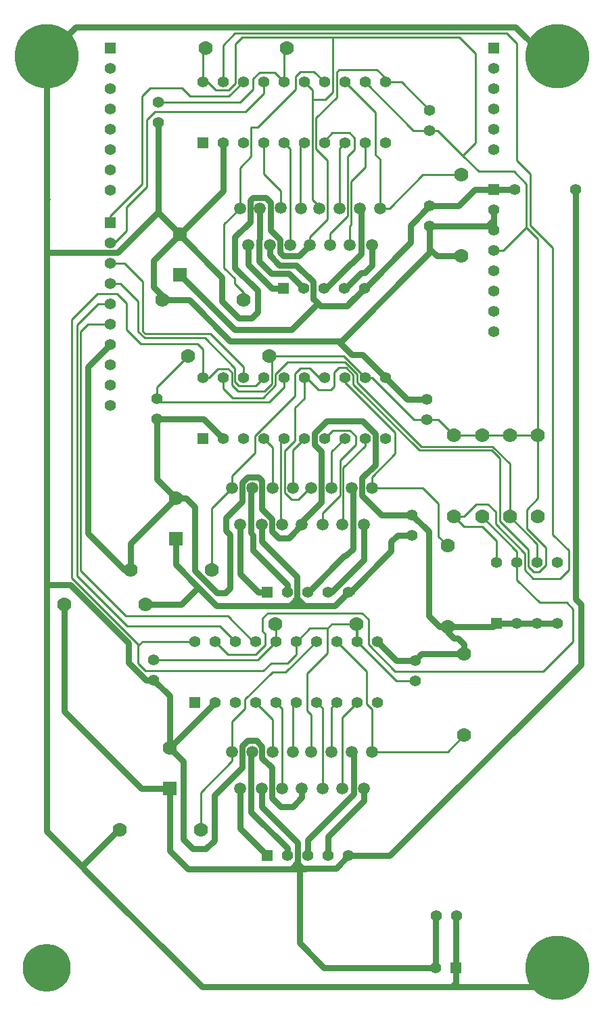
<source format=gbl>
%FSLAX24Y24*%
%MOMM*%
%SFA1B1*%

%IPPOS*%
%ADD11R,1.397000X1.397000*%
%ADD12C,1.397000*%
%ADD13C,1.778000*%
%ADD14C,1.500000*%
%ADD15R,1.778000X1.778000*%
%ADD16C,8.000009*%
%ADD17C,5.999988*%
%ADD18C,0.254000*%
%ADD19C,0.750001*%
%ADD20C,0.800001*%
%LNpcb-1*%
%LPD*%
G54D11*
X2119985Y-529996D03*
G54D12*
X2119985Y-555396D03*
Y-580796D03*
Y-606196D03*
Y-631596D03*
Y-656996D03*
Y-682396D03*
Y-707796D03*
G54D11*
X2599994Y-706882D03*
G54D12*
X2599994Y-732282D03*
Y-757682D03*
Y-783082D03*
Y-808482D03*
Y-833882D03*
Y-859282D03*
Y-884682D03*
G54D11*
X2599994Y-529894D03*
G54D12*
X2599994Y-555294D03*
Y-580694D03*
Y-606094D03*
Y-631494D03*
Y-656894D03*
G54D11*
X2316480Y-1209979D03*
G54D12*
X2341880Y-1209979D03*
X2367280D03*
X2392680D03*
X2418080D03*
G54D11*
X2316480Y-1539976D03*
G54D12*
X2341880Y-1539976D03*
X2367280D03*
X2392680D03*
X2418080D03*
G54D11*
X2336495Y-829995D03*
G54D12*
X2361895Y-829995D03*
X2387295D03*
X2412695D03*
X2438095D03*
G54D11*
X2552700Y-1679981D03*
G54D12*
X2527300Y-1679981D03*
G54D11*
X2119985Y-747776D03*
G54D12*
X2119985Y-773176D03*
Y-798576D03*
Y-823976D03*
Y-849376D03*
Y-874776D03*
Y-900176D03*
Y-925576D03*
Y-950976D03*
Y-976376D03*
G54D13*
X2655290Y-1014298D03*
Y-1115898D03*
X2286787Y-844981D03*
X2185187D03*
X2427986Y-1249883D03*
X2326386D03*
X2246782Y-1181989D03*
X2145182D03*
X2562885Y-1389380D03*
Y-1287780D03*
X2233295Y-1507490D03*
X2131695D03*
X2542489Y-1151991D03*
Y-1253591D03*
X2620289Y-1014298D03*
Y-1115898D03*
X2585288Y-1014298D03*
Y-1115898D03*
X2550287Y-1014298D03*
Y-1115898D03*
X2559481Y-687933D03*
Y-789533D03*
X2318588Y-914781D03*
X2216988D03*
X2239187Y-529996D03*
X2340787D03*
G54D14*
X2272487Y-1409979D03*
X2447493D03*
X2282494Y-1455978D03*
X2437485D03*
X2359990D03*
X2309977D03*
X2334996D03*
X2385491D03*
X2409977D03*
X2297480Y-1409979D03*
X2322982Y-1409725D03*
X2348484Y-1409979D03*
X2371496D03*
X2396998D03*
X2422245D03*
X2282494Y-729996D03*
X2457475D03*
X2292477Y-775995D03*
X2447493D03*
X2369997D03*
X2319985D03*
X2344978D03*
X2395499D03*
X2419985D03*
X2307488Y-729996D03*
X2332990Y-729742D03*
X2358491Y-729996D03*
X2381478D03*
X2406980D03*
X2432227D03*
X2272487Y-1079982D03*
X2447493D03*
X2282494Y-1125982D03*
X2437485D03*
X2359990D03*
X2309977D03*
X2334996D03*
X2385491D03*
X2409977D03*
X2297480Y-1079982D03*
X2322982Y-1079728D03*
X2348484Y-1079982D03*
X2371496D03*
X2396998D03*
X2422245D03*
G54D11*
X2603500Y-1249197D03*
G54D12*
X2628900Y-1249197D03*
X2654300D03*
X2679700D03*
Y-1172997D03*
X2654300D03*
X2628900D03*
X2603500D03*
G54D11*
X2235682Y-648081D03*
G54D12*
X2261082Y-648081D03*
X2286482D03*
X2311882D03*
X2337282D03*
X2362682D03*
X2388082D03*
X2413482D03*
X2438882D03*
X2464282D03*
Y-571881D03*
X2438882D03*
X2413482D03*
X2388082D03*
X2362682D03*
X2337282D03*
X2311882D03*
X2286482D03*
X2261082D03*
X2235682D03*
G54D11*
X2235682Y-1018082D03*
G54D12*
X2261082Y-1018082D03*
X2286482D03*
X2311882D03*
X2337282D03*
X2362682D03*
X2388082D03*
X2413482D03*
X2438882D03*
X2464282D03*
Y-941882D03*
X2438882D03*
X2413482D03*
X2388082D03*
X2362682D03*
X2337282D03*
X2311882D03*
X2286482D03*
X2261082D03*
X2235682D03*
G54D11*
X2225675Y-1348079D03*
G54D12*
X2251075Y-1348079D03*
X2276475D03*
X2301875D03*
X2327275D03*
X2352675D03*
X2378075D03*
X2403475D03*
X2428875D03*
X2454275D03*
Y-1271879D03*
X2428875D03*
X2403475D03*
X2378075D03*
X2352675D03*
X2327275D03*
X2301875D03*
X2276475D03*
X2251075D03*
X2225675D03*
G54D15*
X2194077Y-1455775D03*
G54D13*
X2194077Y-1404975D03*
G54D15*
X2201976Y-1143381D03*
G54D13*
X2201976Y-1092581D03*
G54D15*
X2206980Y-813384D03*
G54D13*
X2206980Y-762584D03*
G54D12*
X2528087Y-1615287D03*
X2553487D03*
X2501595Y-1321282D03*
Y-1295882D03*
X2174494Y-1294993D03*
Y-1320393D03*
X2177999Y-968298D03*
Y-993698D03*
X2519984Y-727278D03*
Y-752678D03*
X2515997Y-994689D03*
Y-969289D03*
X2497785Y-1139190D03*
Y-1113790D03*
X2519984Y-632688D03*
Y-607288D03*
X2179980Y-597281D03*
Y-622681D03*
G54D16*
X2039975Y-539978D03*
X2679979Y-1679981D03*
Y-539978D03*
G54D17*
X2039975Y-1679981D03*
G54D13*
X2062683Y-1225499D03*
X2164283D03*
G54D12*
X2625877Y-706475D03*
X2702077D03*
G54D18*
X2371496Y-1079982D02*
X2369489D01*
X2362682Y-967790D02*
Y-941882D01*
X2350998Y-979474D02*
X2362682Y-967790D01*
X2350998Y-1020495D02*
Y-979474D01*
X2337993Y-1033475D02*
X2350998Y-1020495D01*
X2337993Y-1085494D02*
Y-1033475D01*
X2346477Y-1093978D02*
X2337993Y-1085494D01*
X2355494Y-1093978D02*
X2346477D01*
X2369489Y-1079982D02*
X2355494Y-1093978D01*
X2398496Y-584733D02*
Y-516991D01*
X2362682Y-941882D02*
X2365298D01*
X2655290Y-1092682D02*
X2641295Y-1106678D01*
Y-1130681D01*
X2665095Y-1154480D01*
Y-1176375D01*
X2656586Y-1184884D01*
X2649778D01*
X2643378Y-1178483D01*
Y-1157198D01*
X2607589Y-1121384D01*
Y-1042898D01*
X2597581Y-1032891D01*
X2506599D01*
X2424176Y-950493D01*
Y-938276D01*
X2415184Y-929284D01*
X2406192D01*
X2400198Y-935278D01*
Y-953287D01*
X2396286Y-957199D01*
X2655290Y-1092682D02*
Y-1014298D01*
X2380589Y-957199D02*
X2396286D01*
X2365298Y-941882D02*
X2380589Y-957199D01*
X2235682Y-941882D02*
Y-905992D01*
X2071979Y-1192276D02*
X2155926Y-1276248D01*
X2071979Y-868984D02*
Y-1192276D01*
X2104288Y-836676D02*
X2071979Y-868984D01*
X2128596Y-836676D02*
X2104288D01*
X2140686Y-848791D02*
X2128596Y-836676D01*
X2140686Y-881583D02*
Y-848791D01*
X2158492Y-899388D02*
X2140686Y-881583D01*
X2204897Y-899388D02*
X2158492D01*
X2205177Y-899693D02*
X2204897Y-899388D01*
X2229383Y-899693D02*
X2205177D01*
X2235682Y-905992D02*
X2229383Y-899693D01*
X2225675Y-1271879D02*
X2160295D01*
X2155926Y-1276248D01*
X2352675Y-1287881D02*
Y-1271879D01*
X2155926Y-1276248D02*
X2154682Y-1277493D01*
Y-1299184D01*
X2164181Y-1308684D01*
X2311679D01*
X2321179Y-1299184D01*
X2341397D01*
X2352675Y-1287881D01*
Y-1271879D02*
X2353589D01*
X2369896Y-1255598D02*
X2391689D01*
X2353589Y-1271879D02*
X2369896Y-1255598D01*
X2371496Y-1409979D02*
Y-1363878D01*
X2397379Y-1249883D02*
X2427986D01*
X2391689Y-1255598D02*
X2397379Y-1249883D01*
X2391689Y-1286281D02*
Y-1255598D01*
X2365984Y-1311986D02*
X2391689Y-1286281D01*
X2365984Y-1358392D02*
Y-1311986D01*
X2371496Y-1363878D02*
X2365984Y-1358392D01*
X2501595Y-1321282D02*
X2478278D01*
X2427986Y-1270990D02*
Y-1249883D01*
X2478278Y-1321282D02*
X2427986Y-1270990D01*
X2428875Y-1271879D02*
Y-1250797D01*
X2427986Y-1249883D01*
X2235682Y-941882D02*
X2243480D01*
X2322296Y-918489D02*
X2318588Y-914781D01*
X2322296Y-949299D02*
Y-918489D01*
X2312695Y-958875D02*
X2322296Y-949299D01*
X2279980Y-958875D02*
X2312695D01*
X2271979Y-950899D02*
X2279980Y-958875D01*
X2271979Y-935177D02*
Y-950899D01*
X2267483Y-930681D02*
X2271979Y-935177D01*
X2254681Y-930681D02*
X2267483D01*
X2243480Y-941882D02*
X2254681Y-930681D01*
X2318588Y-914781D02*
X2411780D01*
X2438882Y-941882D01*
X2655290Y-1014298D02*
Y-768299D01*
X2640990Y-753999D01*
X2519984Y-994689D02*
X2530678D01*
X2550287Y-1014298D01*
X2438882Y-941882D02*
X2447290D01*
X2500096Y-994689D02*
X2519984D01*
X2447290Y-941882D02*
X2500096Y-994689D01*
X2373249Y-593725D02*
X2389479D01*
X2398496Y-516991D02*
X2397734Y-516229D01*
X2389479Y-593725D02*
X2398496Y-584733D01*
X2235682Y-571881D02*
X2241626D01*
X2252243Y-582498D01*
X2267737D01*
X2276475Y-573735D01*
Y-524484D01*
X2284730Y-516229D01*
X2397734D01*
X2577490Y-647725D02*
X2561107Y-664108D01*
X2397734Y-516229D02*
X2556941D01*
X2577490Y-536778D01*
Y-647725D01*
X2381478Y-729996D02*
Y-727735D01*
X2373249Y-719480D02*
Y-650240D01*
X2381478Y-727735D02*
X2373249Y-719480D01*
X2655290Y-1014298D02*
X2550287D01*
X2235682Y-571881D02*
Y-533476D01*
X2239187Y-529996D01*
X2519984Y-632688D02*
X2529687D01*
X2561107Y-664108D01*
X2611882Y-783082D02*
X2599994D01*
X2640990Y-753999D02*
X2611882Y-783082D01*
X2561107Y-664108D02*
X2580995Y-683996D01*
X2640990Y-699744D02*
Y-753999D01*
X2625242Y-683996D02*
X2640990Y-699744D01*
X2580995Y-683996D02*
X2625242D01*
X2519984Y-632688D02*
X2499690D01*
X2438882Y-571881D01*
X2373249Y-582447D02*
X2362682Y-571881D01*
X2373249Y-650240D02*
Y-593725D01*
Y-582447D01*
G54D19*
X2179980Y-733983D02*
Y-734491D01*
X2040077Y-785495D02*
Y-784987D01*
X2128977Y-785495D02*
X2040077D01*
X2179980Y-734491D02*
X2128977Y-785495D01*
X2145182Y-1181989D02*
X2137486D01*
X2091994Y-928192D02*
X2119985Y-900176D01*
X2091994Y-1136497D02*
Y-928192D01*
X2137486Y-1181989D02*
X2091994Y-1136497D01*
X2177999Y-993698D02*
X2236698D01*
X2261082Y-1018082D01*
X2177999Y-993698D02*
Y-1068578D01*
X2201976Y-1092581D01*
X2145182Y-1181989D02*
Y-1149375D01*
X2201976Y-1092581D01*
X2559481Y-789533D02*
X2528544D01*
X2519984Y-780999D01*
X2515997Y-969289D02*
X2491689D01*
X2464282Y-941882D01*
X2594483Y-752678D02*
Y-750493D01*
X2599994Y-744982D01*
Y-732282D02*
Y-744982D01*
Y-757682D01*
X2519984Y-752678D02*
X2594483D01*
X2594991D01*
X2599994Y-757682D01*
X2405481Y-895985D02*
X2409494D01*
X2519984Y-785495D02*
Y-780999D01*
Y-752678D01*
X2409494Y-895985D02*
X2519984Y-785495D01*
X2185187Y-844981D02*
X2218994D01*
X2435377Y-912977D02*
X2464282Y-941882D01*
X2422499Y-912977D02*
X2435377D01*
X2405481Y-895985D02*
X2422499Y-912977D01*
X2269998Y-895985D02*
X2405481D01*
X2218994Y-844981D02*
X2269998Y-895985D01*
X2206980Y-762584D02*
Y-763498D01*
X2356485Y-789482D02*
X2369997Y-775995D01*
X2336495Y-789482D02*
X2356485D01*
X2332482Y-785495D02*
X2336495Y-789482D01*
X2332482Y-768985D02*
Y-785495D01*
X2320493Y-756996D02*
X2332482Y-768985D01*
X2320493Y-722985D02*
Y-756996D01*
X2314498Y-716991D02*
X2320493Y-722985D01*
X2298496Y-716991D02*
X2314498D01*
X2294991Y-720496D02*
X2298496Y-716991D01*
X2294991Y-746988D02*
Y-720496D01*
X2275992Y-765987D02*
X2294991Y-746988D01*
X2275992Y-804494D02*
Y-765987D01*
X2304491Y-832993D02*
X2275992Y-804494D01*
X2304491Y-859993D02*
Y-832993D01*
X2296998Y-867486D02*
X2304491Y-859993D01*
X2280996Y-867486D02*
X2296998D01*
X2259990Y-846480D02*
X2280996Y-867486D01*
X2259990Y-816483D02*
Y-846480D01*
X2206980Y-763498D02*
X2259990Y-816483D01*
X2185187Y-844981D02*
Y-839698D01*
X2173986Y-828497D01*
Y-795578D01*
X2206980Y-762584D01*
X2501595Y-1295882D02*
X2478278D01*
X2454275Y-1271879D01*
X2562885Y-1287780D02*
X2509697D01*
X2501595Y-1295882D01*
X2542489Y-1253591D02*
Y-1260475D01*
X2562885Y-1275384D02*
Y-1287780D01*
X2555494Y-1267993D02*
X2562885Y-1275384D01*
X2549982Y-1267993D02*
X2555494D01*
X2542489Y-1260475D02*
X2549982Y-1267993D01*
X2542489Y-1253591D02*
X2599080D01*
X2603500Y-1249197D01*
X2679700D01*
X2542489Y-1253591D02*
X2532075D01*
X2518486Y-1239977D01*
Y-1134491D01*
X2497785Y-1113790D01*
X2359990Y-1125982D02*
Y-1121994D01*
X2383993Y-1097991D01*
Y-1034491D01*
X2375484Y-1025982D01*
Y-1010996D01*
X2390495Y-995984D01*
X2435479D01*
X2451481Y-1011986D01*
Y-1050975D01*
X2434996Y-1067485D01*
Y-1088999D01*
X2459786Y-1113790D01*
X2497785D01*
X2201976Y-1092581D02*
X2214575D01*
X2225979Y-1103985D01*
Y-1183487D01*
X2253996Y-1211478D01*
X2263495D01*
X2269490Y-1205484D01*
Y-1137996D01*
X2264994Y-1133475D01*
Y-1116990D01*
X2284984Y-1096975D01*
Y-1072997D01*
X2291994Y-1065987D01*
X2304999D01*
X2309977Y-1070991D01*
Y-1106474D01*
X2322499Y-1118997D01*
Y-1134491D01*
X2330475Y-1142492D01*
X2343480D01*
X2359990Y-1125982D01*
X2131695Y-1507490D02*
X2129993D01*
X2084146Y-1553337D01*
X2322499Y-1442491D02*
Y-1429994D01*
X2359990Y-1466977D02*
X2348484Y-1478483D01*
X2332990D01*
X2322499Y-1467993D01*
Y-1442491D01*
X2359990Y-1455978D02*
Y-1466977D01*
X2211476Y-1422400D02*
X2194077Y-1404975D01*
X2211476Y-1519478D02*
Y-1422400D01*
X2223490Y-1531493D02*
X2211476Y-1519478D01*
X2239492Y-1531493D02*
X2223490D01*
X2249982Y-1520977D02*
X2239492Y-1531493D01*
X2249982Y-1464487D02*
Y-1520977D01*
X2284984Y-1429486D02*
X2249982Y-1464487D01*
X2284984Y-1402486D02*
Y-1429486D01*
X2291994Y-1395476D02*
X2284984Y-1402486D01*
X2302484Y-1395476D02*
X2291994D01*
X2309977Y-1402994D02*
X2302484Y-1395476D01*
X2309977Y-1417497D02*
Y-1402994D01*
X2322499Y-1429994D02*
X2309977Y-1417497D01*
G54D20*
X2194077Y-1404975D02*
X2194179D01*
X2251075Y-1348079D01*
X2194077Y-1404975D02*
Y-1339977D01*
X2174494Y-1320393D01*
X2164486D01*
X2142693Y-1298575D01*
X2069896Y-1201191D02*
X2040077D01*
X2142693Y-1273987D02*
X2069896Y-1201191D01*
X2142693Y-1298575D02*
Y-1273987D01*
X2679979Y-539978D02*
X2663977D01*
X2627477Y-503478D02*
X2076475D01*
X2663977Y-539978D02*
X2627477Y-503478D01*
X2076475D02*
X2039975Y-539978D01*
X2179980Y-622681D02*
Y-733983D01*
Y-735584D01*
X2206980Y-762584D01*
X2261082Y-648081D02*
Y-708482D01*
X2206980Y-762584D01*
X2547594Y-1704086D02*
X2655874D01*
X2679979Y-1679981D01*
X2552700D02*
Y-1616075D01*
X2553487Y-1615287D01*
X2552700Y-1679981D02*
Y-1698980D01*
X2547594Y-1704086D01*
X2234895D01*
X2088845Y-1558036D01*
X2040077Y-540080D02*
X2039975Y-539978D01*
X2040077Y-784987D02*
Y-540080D01*
X2088845Y-1558036D02*
X2084146Y-1553337D01*
X2040077Y-1509293D01*
Y-1201191D01*
Y-784987D01*
G54D18*
X2071497Y-1199388D02*
X2040077D01*
X2144496Y-1272387D02*
X2071497Y-1199388D01*
X2144496Y-1300378D02*
Y-1272387D01*
X2164486Y-1320393D02*
X2144496Y-1300378D01*
X2042185Y-720090D02*
Y-719886D01*
X2040077Y-717778D01*
X2043785Y-718997D02*
X2043277D01*
X2042185Y-720090D01*
X2040077Y-722198D01*
Y-1199388D02*
Y-722198D01*
Y-713689D02*
X2039975D01*
X2040077Y-717778D02*
Y-713689D01*
Y-722198D02*
Y-717778D01*
X2076475Y-503478D02*
X2039975Y-539978D01*
X2552700Y-1679981D02*
Y-1700580D01*
X2236393Y-1705584D02*
X2123389Y-1592580D01*
X2547696Y-1705584D02*
X2236393D01*
X2552700Y-1700580D02*
X2547696Y-1705584D01*
X2599080Y-1253591D02*
X2603500Y-1249197D01*
X2194179Y-1404975D02*
X2251075Y-1348079D01*
X2194077Y-1339977D02*
X2174494Y-1320393D01*
X2602992Y-1249680D02*
X2603500Y-1249197D01*
X2043785Y-718997D02*
X2039975Y-715187D01*
Y-713689D01*
Y-539978D01*
X2261082Y-708482D02*
X2206980Y-762584D01*
X2369997Y-775995D02*
Y-765479D01*
X2391994Y-743483D01*
Y-670229D01*
X2377490Y-655726D01*
Y-616991D01*
X2403246Y-591235D01*
Y-559739D01*
X2406243Y-556742D01*
X2453741D01*
X2464282Y-567283D01*
Y-571881D01*
X2179980Y-622681D02*
Y-735177D01*
Y-735584D01*
X2206980Y-762584D01*
X2464282Y-571881D02*
X2484577D01*
X2519984Y-607288D01*
X2550287Y-1115898D02*
X2562580D01*
X2261082Y-526084D02*
Y-571881D01*
X2275890Y-511276D02*
X2261082Y-526084D01*
X2616377Y-511276D02*
X2275890D01*
X2628798Y-523697D02*
X2616377Y-511276D01*
X2628798Y-670280D02*
Y-523697D01*
X2645689Y-687197D02*
X2628798Y-670280D01*
X2645689Y-751281D02*
Y-687197D01*
X2674086Y-779678D02*
X2645689Y-751281D01*
X2674086Y-1138199D02*
Y-779678D01*
X2693695Y-1157782D02*
X2674086Y-1138199D01*
X2693695Y-1182598D02*
Y-1157782D01*
X2682976Y-1193292D02*
X2693695Y-1182598D01*
X2649499Y-1193292D02*
X2682976D01*
X2638780Y-1182598D02*
X2649499Y-1193292D01*
X2638780Y-1161694D02*
Y-1182598D01*
X2602179Y-1125093D02*
X2638780Y-1161694D01*
X2602179Y-1109878D02*
Y-1125093D01*
X2592578Y-1100277D02*
X2602179Y-1109878D01*
X2578176Y-1100277D02*
X2592578D01*
X2562580Y-1115898D02*
X2578176Y-1100277D01*
X2603500Y-1172997D02*
Y-1145997D01*
X2562885Y-1128496D02*
X2550287Y-1115898D01*
X2585999Y-1128496D02*
X2562885D01*
X2603500Y-1145997D02*
X2585999Y-1128496D01*
X2385491Y-1455978D02*
Y-1355496D01*
X2378075Y-1348079D01*
X2409977Y-1455978D02*
Y-1366977D01*
X2428875Y-1348079D01*
X2334996Y-1455978D02*
Y-1355775D01*
X2327275Y-1348079D01*
X2396998Y-1409979D02*
Y-1354582D01*
X2403475Y-1348079D01*
X2272487Y-1409979D02*
Y-1421485D01*
X2233295Y-1460677D02*
Y-1507490D01*
X2272487Y-1421485D02*
X2233295Y-1460677D01*
X2272487Y-1409979D02*
Y-1371981D01*
X2339594Y-1310386D02*
X2378075Y-1271879D01*
X2322880Y-1310386D02*
X2339594D01*
X2288794Y-1344498D02*
X2322880Y-1310386D01*
X2288794Y-1355699D02*
Y-1344498D01*
X2272487Y-1371981D02*
X2288794Y-1355699D01*
X2447493Y-1409979D02*
X2542286D01*
X2562885Y-1389380D01*
X2447493Y-1409979D02*
Y-1356690D01*
X2440787Y-1309192D02*
X2403475Y-1271879D01*
X2440787Y-1349984D02*
Y-1309192D01*
X2447493Y-1356690D02*
X2440787Y-1349984D01*
X2286787Y-844981D02*
Y-835279D01*
X2262479Y-749985D02*
X2282494Y-729996D01*
X2262479Y-804494D02*
Y-749985D01*
X2275484Y-817499D02*
X2262479Y-804494D01*
X2275484Y-823976D02*
Y-817499D01*
X2286787Y-835279D02*
X2275484Y-823976D01*
X2296490Y-628497D02*
X2304491D01*
X2282494Y-679475D02*
X2296490Y-665480D01*
Y-628497D01*
X2282494Y-729996D02*
Y-679475D01*
X2357983Y-558977D02*
X2375179D01*
X2351989Y-564997D02*
X2357983Y-558977D01*
X2375179D02*
X2388082Y-571881D01*
X2351989Y-580999D02*
Y-564997D01*
X2304491Y-628497D02*
X2351989Y-580999D01*
X2332990Y-729742D02*
Y-707999D01*
X2311882Y-686892D02*
Y-648081D01*
X2332990Y-707999D02*
X2311882Y-686892D01*
X2357983Y-647090D02*
Y-730478D01*
X2358491Y-729996D01*
X2395499Y-775995D02*
Y-762000D01*
X2388082Y-645388D02*
Y-648081D01*
X2397988Y-635482D02*
X2388082Y-645388D01*
X2419477Y-635482D02*
X2397988D01*
X2425979Y-641985D02*
X2419477Y-635482D01*
X2425979Y-656996D02*
Y-641985D01*
X2417495Y-665480D02*
X2425979Y-656996D01*
X2417495Y-739978D02*
Y-665480D01*
X2395499Y-762000D02*
X2417495Y-739978D01*
X2119985Y-747776D02*
Y-739978D01*
X2268397Y-589991D02*
X2286482Y-571881D01*
X2219985Y-589991D02*
X2268397D01*
X2209977Y-579983D02*
X2219985Y-589991D01*
X2169998Y-579983D02*
X2209977D01*
X2159990Y-589991D02*
X2169998Y-579983D01*
X2159990Y-699998D02*
Y-589991D01*
X2119985Y-739978D02*
X2159990Y-699998D01*
X2419985Y-775995D02*
Y-752475D01*
X2438882Y-678586D02*
Y-648081D01*
X2421483Y-695985D02*
X2438882Y-678586D01*
X2421483Y-750976D02*
Y-695985D01*
X2419985Y-752475D02*
X2421483Y-750976D01*
X2344978Y-775995D02*
Y-655777D01*
X2337282Y-648081D01*
X2406980Y-729996D02*
Y-654583D01*
X2413482Y-648081D01*
X2457475Y-729996D02*
X2469489D01*
X2511526Y-687933D02*
X2559481D01*
X2469489Y-729996D02*
X2511526Y-687933D01*
X2457475Y-729996D02*
Y-668477D01*
X2451989Y-610387D02*
X2413482Y-571881D01*
X2451989Y-662990D02*
Y-610387D01*
X2457475Y-668477D02*
X2451989Y-662990D01*
G54D20*
X2307488Y-729996D02*
Y-768477D01*
X2343480Y-811479D02*
X2362428Y-830427D01*
X2321483Y-811479D02*
X2343480D01*
X2305989Y-795985D02*
X2321483Y-811479D01*
X2305989Y-769975D02*
Y-795985D01*
X2307488Y-768477D02*
X2305989Y-769975D01*
X2336495Y-829995D02*
X2321991D01*
X2292477Y-800481D01*
Y-775995D01*
G54D18*
X2292477Y-800481D02*
Y-775995D01*
X2321991Y-829995D02*
X2292477Y-800481D01*
G54D20*
X2412695Y-829995D02*
X2414981D01*
X2447493Y-801497D02*
Y-775995D01*
X2437993Y-810996D02*
X2447493Y-801497D01*
X2433980Y-810996D02*
X2437993D01*
X2414981Y-829995D02*
X2433980Y-810996D01*
X2387295Y-829995D02*
X2389987D01*
X2433980Y-731748D02*
X2432227Y-729996D01*
X2433980Y-786993D02*
Y-731748D01*
X2421991Y-798982D02*
X2433980Y-786993D01*
X2420975Y-798982D02*
X2421991D01*
X2389987Y-829995D02*
X2420975Y-798982D01*
G54D18*
X2337282Y-571881D02*
Y-533476D01*
X2340787Y-529996D01*
X2179980Y-597281D02*
X2282698D01*
X2325395Y-559993D02*
X2337282Y-571881D01*
X2306980Y-559993D02*
X2325395D01*
X2298979Y-567994D02*
X2306980Y-559993D01*
X2298979Y-580999D02*
Y-567994D01*
X2282698Y-597281D02*
X2298979Y-580999D01*
G54D20*
X2341880Y-1209979D02*
Y-1200886D01*
X2295982Y-1081481D02*
X2297480Y-1079982D01*
X2295982Y-1135989D02*
Y-1081481D01*
X2298979Y-1138986D02*
X2295982Y-1135989D01*
X2298979Y-1157986D02*
Y-1138986D01*
X2341880Y-1200886D02*
X2298979Y-1157986D01*
X2392680Y-1209979D02*
X2396998D01*
X2437485Y-1169492D02*
Y-1125982D01*
X2396998Y-1209979D02*
X2437485Y-1169492D01*
X2367280Y-1209979D02*
X2367991D01*
X2423998Y-1081735D02*
X2422245Y-1079982D01*
X2423998Y-1155979D02*
Y-1081735D01*
X2414981Y-1164996D02*
X2423998Y-1155979D01*
X2413000Y-1164996D02*
X2414981D01*
X2367991Y-1209979D02*
X2413000Y-1164996D01*
X2316480Y-1209979D02*
X2304999D01*
X2282494Y-1187475D02*
Y-1125982D01*
X2304999Y-1209979D02*
X2282494Y-1187475D01*
G54D18*
X2119985Y-773176D02*
X2124786D01*
X2311882Y-586079D02*
Y-571881D01*
X2288997Y-608990D02*
X2311882Y-586079D01*
X2175992Y-608990D02*
X2288997D01*
X2165985Y-618998D02*
X2175992Y-608990D01*
X2165985Y-702995D02*
Y-618998D01*
X2139975Y-728980D02*
X2165985Y-702995D01*
X2139975Y-757986D02*
Y-728980D01*
X2124786Y-773176D02*
X2139975Y-757986D01*
X2177999Y-972286D02*
Y-953795D01*
X2216988Y-914781D01*
X2177999Y-972286D02*
X2318689D01*
X2337282Y-953693D02*
Y-941882D01*
X2318689Y-972286D02*
X2337282Y-953693D01*
X2119985Y-823976D02*
X2132990D01*
X2301798Y-951992D02*
X2311882Y-941882D01*
X2280996Y-951992D02*
X2301798D01*
X2275992Y-946988D02*
X2280996Y-951992D01*
X2275992Y-929995D02*
Y-946988D01*
X2238298Y-892276D02*
X2275992Y-929995D01*
X2163292Y-892276D02*
X2238298D01*
X2154986Y-883996D02*
X2163292Y-892276D01*
X2154986Y-845997D02*
Y-883996D01*
X2132990Y-823976D02*
X2154986Y-845997D01*
X2119985Y-849376D02*
X2105075D01*
X2257196Y-1252575D02*
X2276475Y-1271879D01*
X2141093Y-1252575D02*
X2257196D01*
X2078482Y-1189990D02*
X2141093Y-1252575D01*
X2078482Y-875995D02*
Y-1189990D01*
X2105075Y-849376D02*
X2078482Y-875995D01*
X2119985Y-798576D02*
X2137587D01*
X2286482Y-928497D02*
Y-941882D01*
X2245182Y-887196D02*
X2286482Y-928497D01*
X2164181Y-887196D02*
X2245182D01*
X2160981Y-883996D02*
X2164181Y-887196D01*
X2160981Y-821994D02*
Y-883996D01*
X2137587Y-798576D02*
X2160981Y-821994D01*
X2620289Y-1115898D02*
Y-1049782D01*
X2598699Y-1028192D02*
X2620289Y-1049782D01*
X2261082Y-955192D02*
Y-941882D01*
X2428976Y-947978D02*
X2509189Y-1028192D01*
X2428976Y-937996D02*
Y-947978D01*
X2413482Y-922477D02*
X2428976Y-937996D01*
X2341499Y-922477D02*
X2413482D01*
X2326386Y-937590D02*
X2341499Y-922477D01*
X2326386Y-951585D02*
Y-937590D01*
X2310993Y-966978D02*
X2326386Y-951585D01*
X2272893Y-966978D02*
X2310993D01*
X2261082Y-955192D02*
X2272893Y-966978D01*
X2509189Y-1028192D02*
X2598699D01*
X2654300Y-1172997D02*
Y-1149883D01*
X2620289Y-1115898D01*
X2301875Y-1271879D02*
X2298700D01*
X2092198Y-874776D02*
X2119985D01*
X2082596Y-884377D02*
X2092198Y-874776D01*
X2082596Y-1183487D02*
Y-884377D01*
X2139289Y-1240180D02*
X2082596Y-1183487D01*
X2266975Y-1240180D02*
X2139289D01*
X2298700Y-1271879D02*
X2266975Y-1240180D01*
G54D20*
X2282494Y-1455978D02*
Y-1505991D01*
X2316480Y-1539976D01*
X2392680D02*
Y-1515999D01*
X2437485Y-1471193D02*
Y-1455978D01*
X2392680Y-1515999D02*
X2437485Y-1471193D01*
X2367280Y-1539976D02*
Y-1520393D01*
X2424684Y-1412443D02*
X2422245Y-1409979D01*
X2424684Y-1462989D02*
Y-1412443D01*
X2367280Y-1520393D02*
X2424684Y-1462989D01*
X2341880Y-1539976D02*
Y-1530680D01*
X2296287Y-1411198D02*
X2297480Y-1409979D01*
X2296287Y-1485087D02*
Y-1411198D01*
X2341880Y-1530680D02*
X2296287Y-1485087D01*
G54D18*
X2396998Y-1079982D02*
Y-1034592D01*
X2413482Y-1018082D01*
X2246782Y-1181989D02*
Y-1105687D01*
X2272487Y-1079982D01*
Y-1064488D01*
X2381885Y-941882D02*
X2388082D01*
X2369997Y-929995D02*
X2381885Y-941882D01*
X2357983Y-929995D02*
X2369997D01*
X2350998Y-936980D02*
X2357983Y-929995D01*
X2350998Y-964996D02*
Y-936980D01*
X2300986Y-1014984D02*
X2350998Y-964996D01*
X2300986Y-1035989D02*
Y-1014984D01*
X2272487Y-1064488D02*
X2300986Y-1035989D01*
X2447493Y-1079982D02*
X2511399D01*
X2530983Y-1140485D02*
X2542489Y-1151991D01*
X2530983Y-1099591D02*
Y-1140485D01*
X2511399Y-1079982D02*
X2530983Y-1099591D01*
X2447493Y-1079982D02*
Y-1066088D01*
X2413482Y-947496D02*
Y-941882D01*
X2476500Y-1010488D02*
X2413482Y-947496D01*
X2476500Y-1037082D02*
Y-1010488D01*
X2447493Y-1066088D02*
X2476500Y-1037082D01*
X2333498Y-1125982D02*
Y-1021892D01*
X2337282Y-1018082D01*
X2442997Y-1275689D02*
Y-1244498D01*
X2628900Y-1194993D02*
X2657195Y-1223289D01*
X2691079D01*
X2698978Y-1231188D01*
Y-1272082D01*
X2661589Y-1309497D01*
X2476779D01*
X2442997Y-1275689D01*
X2628900Y-1172997D02*
Y-1194993D01*
X2434793Y-1236294D02*
X2442997Y-1244498D01*
X2399995Y-1236294D02*
X2428875D01*
X2399995D02*
X2316886D01*
X2310790Y-1242390D01*
Y-1259281D01*
X2313787Y-1262278D01*
Y-1275994D01*
X2301595Y-1288186D01*
X2267381D01*
X2251075Y-1271879D01*
X2428875Y-1236294D02*
X2434793D01*
X2628900Y-1172997D02*
Y-1159484D01*
X2585288Y-1115898D01*
X2322982Y-1079728D02*
Y-1029182D01*
X2311882Y-1018082D01*
X2348484Y-1079982D02*
Y-1032281D01*
X2362682Y-1018082D01*
X2385491Y-1125982D02*
Y-1111478D01*
X2398191Y-1007999D02*
X2388082Y-1018082D01*
X2419985Y-1007999D02*
X2398191D01*
X2426995Y-1014984D02*
X2419985Y-1007999D01*
X2426995Y-1025982D02*
Y-1014984D01*
X2407488Y-1045489D02*
X2426995Y-1025982D01*
X2407488Y-1089482D02*
Y-1045489D01*
X2385491Y-1111478D02*
X2407488Y-1089482D01*
X2411476Y-1125982D02*
Y-1054481D01*
X2438882Y-1027099D02*
Y-1018082D01*
X2411476Y-1054481D02*
X2438882Y-1027099D01*
X2174494Y-1294993D02*
X2304186D01*
X2327275Y-1271879D01*
Y-1250797D01*
X2326386Y-1249883D01*
X2322982Y-1409725D02*
Y-1369187D01*
X2301875Y-1348079D01*
X2348484Y-1409979D02*
Y-1352296D01*
X2352675Y-1348079D01*
G54D19*
X2702077Y-706475D02*
Y-1218590D01*
X2469997Y-1539976D02*
X2418080D01*
X2708986Y-1300988D02*
X2469997Y-1539976D01*
X2708986Y-1225499D02*
Y-1300988D01*
X2702077Y-1218590D02*
X2708986Y-1225499D01*
X2599994Y-706882D02*
X2625496D01*
X2625877Y-706475D01*
G54D20*
X2164283Y-1225499D02*
X2208987D01*
X2230247Y-1204239D01*
X2194077Y-1455775D02*
X2158796D01*
X2062683Y-1359687D02*
Y-1225499D01*
X2158796Y-1455775D02*
X2062683Y-1359687D01*
X2527300Y-1679981D02*
Y-1616075D01*
X2528087Y-1615287D01*
X2206980Y-813384D02*
X2207590D01*
X2347290Y-881481D02*
X2379929Y-848842D01*
X2275687Y-881481D02*
X2347290D01*
X2207590Y-813384D02*
X2275687Y-881481D01*
X2416098Y-851992D02*
X2383078D01*
X2379929Y-848842D01*
X2373985Y-842899D01*
X2438095Y-829995D02*
X2416098Y-851992D01*
X2373985Y-842899D02*
Y-821994D01*
X2319985Y-788974D02*
Y-775995D01*
X2331999Y-800989D02*
X2319985Y-788974D01*
X2352979Y-800989D02*
X2331999D01*
X2373985Y-821994D02*
X2352979Y-800989D01*
X2373985Y-842899D02*
Y-843991D01*
X2418080Y-1209979D02*
X2420493D01*
X2479598Y-1139190D02*
X2497785D01*
X2471597Y-1147191D02*
X2479598Y-1139190D01*
X2471597Y-1158875D02*
Y-1147191D01*
X2420493Y-1209979D02*
X2471597Y-1158875D01*
X2297379Y-1556283D02*
X2216988D01*
X2194077Y-1533398D02*
Y-1455775D01*
X2216988Y-1556283D02*
X2194077Y-1533398D01*
X2356688Y-1556283D02*
Y-1648993D01*
X2387676Y-1679981D02*
X2527300D01*
X2356688Y-1648993D02*
X2387676Y-1679981D01*
X2354681Y-1550085D02*
X2352776D01*
X2346579Y-1556283D01*
X2194077Y-1455775D02*
X2196185D01*
X2296693Y-1556283D02*
X2297379D01*
X2346579D01*
X2364282D02*
Y-1555699D01*
X2346579Y-1556283D02*
X2356688D01*
X2364282D01*
X2309977Y-1455978D02*
Y-1478991D01*
X2402382Y-1555699D02*
X2418080Y-1539976D01*
X2360295Y-1555699D02*
X2364282D01*
X2402382D01*
X2354199Y-1549577D02*
X2354681Y-1550085D01*
X2360295Y-1555699D01*
X2354199Y-1523187D02*
Y-1549577D01*
X2309977Y-1478991D02*
X2354199Y-1523187D01*
X2201976Y-1143381D02*
Y-1175994D01*
X2252980Y-1226997D02*
X2344978D01*
X2201976Y-1175994D02*
X2230247Y-1204239D01*
X2252980Y-1226997D01*
X2353995Y-1217980D02*
X2344978Y-1226997D01*
X2345994D01*
X2362987D01*
X2309977Y-1125982D02*
Y-1146987D01*
X2401087Y-1226997D02*
X2418080Y-1209979D01*
X2362987Y-1226997D02*
X2401087D01*
X2353995Y-1217980D02*
X2362987Y-1226997D01*
X2353995Y-1190980D02*
Y-1217980D01*
X2309977Y-1146987D02*
X2353995Y-1190980D01*
X2418080Y-1209979D02*
X2422398D01*
X2418969Y-849122D02*
X2438095Y-829995D01*
X2519984Y-727278D02*
X2556179D01*
X2576576Y-706882D02*
X2599994D01*
X2556179Y-727278D02*
X2576576Y-706882D01*
X2438095Y-829995D02*
X2438984D01*
X2495981Y-751281D02*
X2519984Y-727278D01*
X2495981Y-772998D02*
Y-751281D01*
X2438984Y-829995D02*
X2495981Y-772998D01*
M02*
</source>
